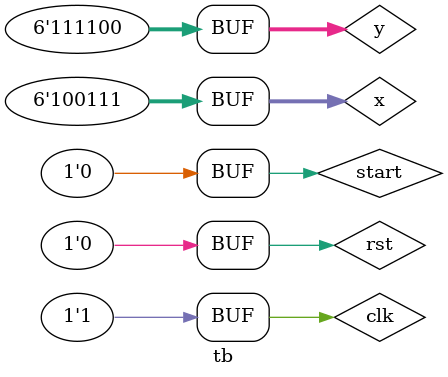
<source format=v>
module tb();
    reg [5:0] x,y;
    wire [11:0] result;
    reg clk,rst,start;
    wire ldx,ldy,shiftY,init_result,initcnt,encnt,ldresult,en_mult_one_bit_y,carryout;
    wire done;
    datapath dp(x,y,ldx,ldy,shiftY,clk,rst,initcnt,encnt,en_mult_one_bit_y,init_result,ldresult,result,carryout);
    controller cntlr(clk,rst,carryout,start,ldx,ldy,shiftY,initcnt,encnt,en_mult_one_bit_y,init_result,ldresult,done);
initial begin
        start=0; x=-16; y=5; rst=1;
        clk=0;
        #20 clk=1;
        #20 clk=0; rst=0;
        start=1;
        #20 clk=0;
        #20 clk=1;
        #20 clk=0;
        #20 clk=1;
        #20 clk=0;
        start = 0;
        #20 clk=1;
        #20 clk=0;
        #20 clk=1;
	    #20 clk=0;
        #20 clk=1;
	    #20 clk=0;
        #20 clk=1;
	    #20 clk=0;
        #20 clk=1;
	    #20 clk=0;
        #20 clk=1;
	    #20 clk=0;
        #20 clk=1;
	    #20 clk=0;
        #20 clk=1;
	    #20 clk=0;
        #20 clk=1;
        #20 clk=0;
        #20 clk=1;
	    #20 clk=0;
        #20 clk=1;
	    #20 clk=0;
        #20 clk=1;
	    #20 clk=0;
        #20 clk=1;
        #20 clk=0;
        x=-25; y=-4;
        #20 clk=1;
        #20 clk=0; rst=0;
        start=1;
        #20 clk=1;
	    #20 clk=0;
        #20 clk=1;
	    #20 clk=0;
        #20 clk=1;
	    #20 clk=0;
        #20 clk=1;
	    #20 clk=0;
        #20 clk=1;
	    #20 clk=0;
        #20 clk=1;
	    #20 clk=0;
        #20 clk=1;
	    #20 clk=0;
        start = 0;
        #20 clk=1;
	    #20 clk=0;
        #20 clk=1;
	    #20 clk=0;
        #20 clk=1;
        #20 clk=0;
        #20 clk=1;
	    #20 clk=0;
        #20 clk=1;
	    #20 clk=0;
        #20 clk=1;
	    #20 clk=0;
        #20 clk=1;
	    #20 clk=0;
        #20 clk=1;
	    #20 clk=0;
        #20 clk=1;
	    #20 clk=0;
        #20 clk=1;
	    #20 clk=0;
        #20 clk=1;
        #200;
    end
endmodule
</source>
